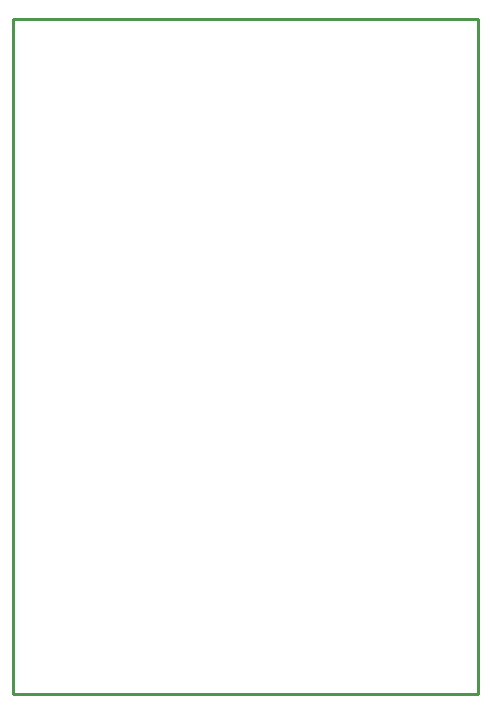
<source format=gbr>
G04 EAGLE Gerber X2 export*
%TF.Part,Single*%
%TF.FileFunction,Profile,NP*%
%TF.FilePolarity,Positive*%
%TF.GenerationSoftware,Autodesk,EAGLE,8.6.0*%
%TF.CreationDate,2018-03-06T10:54:34Z*%
G75*
%MOMM*%
%FSLAX34Y34*%
%LPD*%
%AMOC8*
5,1,8,0,0,1.08239X$1,22.5*%
G01*
%ADD10C,0.254000*%


D10*
X0Y0D02*
X393700Y0D01*
X393700Y571500D01*
X0Y571500D01*
X0Y0D01*
M02*

</source>
